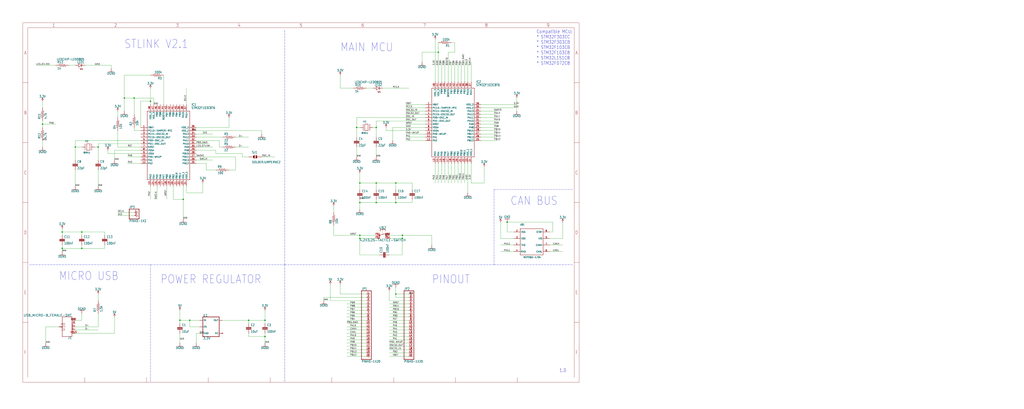
<source format=kicad_sch>
(kicad_sch (version 20211123) (generator eeschema)
  (paper "User" 795.02 317.906)
  (junction (at 142.24 154.94))
  (junction (at 96.52 76.2))
  (junction (at 279.4 142.24))
  (junction (at 76.2 114.3))
  (junction (at 48.26 193.04))
  (junction (at 147.32 248.92))
  (junction (at 58.42 114.3))
  (junction (at 292.1 157.48))
  (junction (at 48.26 180.34))
  (junction (at 205.74 261.62))
  (junction (at 205.74 248.92))
  (junction (at 307.34 228.6))
  (junction (at 292.1 142.24))
  (junction (at 307.34 157.48))
  (junction (at 63.5 180.34))
  (junction (at 104.14 76.2))
  (junction (at 279.4 182.88))
  (junction (at 276.86 99.06))
  (junction (at 292.1 99.06))
  (junction (at 393.7 172.72))
  (junction (at 307.34 142.24))
  (junction (at 139.7 248.92))
  (junction (at 116.84 78.74))
  (junction (at 33.02 96.52))
  (junction (at 279.4 185.42))
  (junction (at 312.42 182.88))
  (junction (at 279.4 157.48))
  (junction (at 312.42 185.42))
  (junction (at 63.5 193.04))
  (junction (at 193.04 248.92))
  (junction (at 340.36 40.64))
  (wire (pts (xy 91.44 114.3) (xy 109.22 114.3)))
  (wire (pts (xy 284.48 254) (xy 269.24 254)))
  (wire (pts (xy 187.96 121.92) (xy 193.04 121.92)))
  (wire (pts (xy 398.78 185.42) (xy 388.62 185.42)))
  (wire (pts (xy 58.42 259.08) (xy 88.9 259.08)))
  (wire (pts (xy 289.56 99.06) (xy 292.1 99.06)))
  (wire (pts (xy 284.48 243.84) (xy 269.24 243.84)))
  (wire (pts (xy 317.5 271.78) (xy 302.26 271.78)))
  (wire (pts (xy 373.38 106.68) (xy 386.08 106.68)))
  (wire (pts (xy 284.48 276.86) (xy 269.24 276.86)))
  (wire (pts (xy 134.62 144.78) (xy 134.62 154.94)))
  (wire (pts (xy 63.5 182.88) (xy 63.5 180.34)))
  (wire (pts (xy 365.76 127) (xy 365.76 142.24)))
  (wire (pts (xy 129.54 144.78) (xy 129.54 154.94)))
  (wire (pts (xy 284.48 269.24) (xy 269.24 269.24)))
  (wire (pts (xy 157.48 149.86) (xy 157.48 142.24)))
  (wire (pts (xy 43.18 50.8) (xy 27.94 50.8)))
  (wire (pts (xy 342.9 63.5) (xy 342.9 48.26)))
  (wire (pts (xy 373.38 101.6) (xy 386.08 101.6)))
  (wire (pts (xy 317.5 254) (xy 302.26 254)))
  (wire (pts (xy 116.84 144.78) (xy 116.84 154.94)))
  (wire (pts (xy 35.56 254) (xy 45.72 254)))
  (wire (pts (xy 284.48 271.78) (xy 269.24 271.78)))
  (wire (pts (xy 388.62 185.42) (xy 388.62 172.72)))
  (wire (pts (xy 109.22 101.6) (xy 104.14 101.6)))
  (wire (pts (xy 426.72 180.34) (xy 429.26 180.34)))
  (wire (pts (xy 292.1 142.24) (xy 307.34 142.24)))
  (wire (pts (xy 81.28 180.34) (xy 63.5 180.34)))
  (wire (pts (xy 373.38 109.22) (xy 386.08 109.22)))
  (wire (pts (xy 167.64 116.84) (xy 167.64 119.38)))
  (wire (pts (xy 373.38 83.82) (xy 401.32 83.82)))
  (wire (pts (xy 345.44 127) (xy 345.44 142.24)))
  (wire (pts (xy 401.32 76.2) (xy 401.32 81.28)))
  (wire (pts (xy 337.82 30.48) (xy 337.82 63.5)))
  (wire (pts (xy 205.74 261.62) (xy 205.74 259.08)))
  (wire (pts (xy 76.2 114.3) (xy 76.2 124.46)))
  (wire (pts (xy 317.5 236.22) (xy 302.26 236.22)))
  (wire (pts (xy 147.32 254) (xy 147.32 248.92)))
  (wire (pts (xy 294.64 198.12) (xy 279.4 198.12)))
  (wire (pts (xy 307.34 228.6) (xy 307.34 223.52)))
  (polyline (pts (xy 444.5 147.32) (xy 383.54 147.32)))
  (wire (pts (xy 154.94 259.08) (xy 152.4 259.08)))
  (wire (pts (xy 426.72 190.5) (xy 436.88 190.5)))
  (wire (pts (xy 327.66 40.64) (xy 327.66 48.26)))
  (wire (pts (xy 347.98 127) (xy 347.98 142.24)))
  (wire (pts (xy 330.2 104.14) (xy 314.96 104.14)))
  (wire (pts (xy 76.2 114.3) (xy 73.66 114.3)))
  (wire (pts (xy 264.16 228.6) (xy 284.48 228.6)))
  (wire (pts (xy 284.48 236.22) (xy 269.24 236.22)))
  (wire (pts (xy 152.4 101.6) (xy 203.2 101.6)))
  (wire (pts (xy 317.5 256.54) (xy 302.26 256.54)))
  (wire (pts (xy 373.38 93.98) (xy 386.08 93.98)))
  (wire (pts (xy 276.86 91.44) (xy 276.86 99.06)))
  (wire (pts (xy 139.7 241.3) (xy 139.7 248.92)))
  (wire (pts (xy 142.24 154.94) (xy 142.24 144.78)))
  (wire (pts (xy 330.2 96.52) (xy 314.96 96.52)))
  (wire (pts (xy 48.26 193.04) (xy 63.5 193.04)))
  (wire (pts (xy 81.28 182.88) (xy 81.28 180.34)))
  (wire (pts (xy 292.1 185.42) (xy 279.4 185.42)))
  (wire (pts (xy 144.78 81.28) (xy 144.78 68.58)))
  (wire (pts (xy 355.6 63.5) (xy 355.6 48.26)))
  (wire (pts (xy 152.4 106.68) (xy 172.72 106.68)))
  (wire (pts (xy 302.26 182.88) (xy 312.42 182.88)))
  (wire (pts (xy 170.18 109.22) (xy 170.18 114.3)))
  (wire (pts (xy 307.34 231.14) (xy 307.34 228.6)))
  (wire (pts (xy 83.82 119.38) (xy 83.82 116.84)))
  (wire (pts (xy 88.9 116.84) (xy 109.22 116.84)))
  (wire (pts (xy 152.4 124.46) (xy 165.1 124.46)))
  (wire (pts (xy 393.7 180.34) (xy 393.7 172.72)))
  (wire (pts (xy 317.5 276.86) (xy 302.26 276.86)))
  (wire (pts (xy 317.5 266.7) (xy 302.26 266.7)))
  (wire (pts (xy 375.92 129.54) (xy 375.92 142.24)))
  (wire (pts (xy 398.78 180.34) (xy 393.7 180.34)))
  (wire (pts (xy 58.42 109.22) (xy 58.42 114.3)))
  (wire (pts (xy 299.72 101.6) (xy 330.2 101.6)))
  (wire (pts (xy 96.52 76.2) (xy 96.52 86.36)))
  (wire (pts (xy 152.4 109.22) (xy 170.18 109.22)))
  (wire (pts (xy 337.82 127) (xy 337.82 142.24)))
  (wire (pts (xy 320.04 142.24) (xy 320.04 147.32)))
  (wire (pts (xy 340.36 40.64) (xy 340.36 63.5)))
  (polyline (pts (xy 220.98 205.74) (xy 220.98 297.18)))
  (polyline (pts (xy 220.98 205.74) (xy 345.44 205.74)))
  (wire (pts (xy 304.8 99.06) (xy 330.2 99.06)))
  (wire (pts (xy 279.4 162.56) (xy 279.4 157.48)))
  (wire (pts (xy 284.48 266.7) (xy 269.24 266.7)))
  (wire (pts (xy 279.4 154.94) (xy 279.4 157.48)))
  (wire (pts (xy 312.42 198.12) (xy 312.42 185.42)))
  (wire (pts (xy 317.5 233.68) (xy 302.26 233.68)))
  (wire (pts (xy 63.5 193.04) (xy 81.28 193.04)))
  (wire (pts (xy 172.72 248.92) (xy 193.04 248.92)))
  (polyline (pts (xy 22.86 205.74) (xy 116.84 205.74)))
  (wire (pts (xy 363.22 63.5) (xy 363.22 48.26)))
  (wire (pts (xy 284.48 274.32) (xy 269.24 274.32)))
  (wire (pts (xy 119.38 76.2) (xy 104.14 76.2)))
  (polyline (pts (xy 116.84 205.74) (xy 116.84 297.18)))
  (wire (pts (xy 187.96 119.38) (xy 187.96 121.92)))
  (wire (pts (xy 104.14 76.2) (xy 104.14 88.9)))
  (wire (pts (xy 292.1 121.92) (xy 292.1 114.3)))
  (wire (pts (xy 330.2 86.36) (xy 314.96 86.36)))
  (wire (pts (xy 203.2 121.92) (xy 213.36 121.92)))
  (wire (pts (xy 81.28 193.04) (xy 81.28 190.5)))
  (wire (pts (xy 58.42 256.54) (xy 76.2 256.54)))
  (wire (pts (xy 284.48 256.54) (xy 269.24 256.54)))
  (wire (pts (xy 152.4 99.06) (xy 177.8 99.06)))
  (wire (pts (xy 355.6 127) (xy 355.6 142.24)))
  (wire (pts (xy 205.74 248.92) (xy 205.74 251.46)))
  (wire (pts (xy 317.5 238.76) (xy 302.26 238.76)))
  (wire (pts (xy 160.02 132.08) (xy 167.64 132.08)))
  (wire (pts (xy 279.4 142.24) (xy 292.1 142.24)))
  (wire (pts (xy 284.48 259.08) (xy 269.24 259.08)))
  (wire (pts (xy 193.04 248.92) (xy 205.74 248.92)))
  (wire (pts (xy 279.4 147.32) (xy 279.4 142.24)))
  (wire (pts (xy 259.08 165.1) (xy 259.08 160.02)))
  (wire (pts (xy 358.14 63.5) (xy 358.14 48.26)))
  (wire (pts (xy 312.42 185.42) (xy 312.42 182.88)))
  (wire (pts (xy 307.34 147.32) (xy 307.34 142.24)))
  (wire (pts (xy 279.4 142.24) (xy 279.4 134.62)))
  (wire (pts (xy 33.02 83.82) (xy 33.02 78.74)))
  (wire (pts (xy 154.94 248.92) (xy 147.32 248.92)))
  (wire (pts (xy 284.48 264.16) (xy 269.24 264.16)))
  (wire (pts (xy 330.2 106.68) (xy 314.96 106.68)))
  (wire (pts (xy 276.86 106.68) (xy 276.86 99.06)))
  (wire (pts (xy 104.14 76.2) (xy 96.52 76.2)))
  (wire (pts (xy 152.4 121.92) (xy 182.88 121.92)))
  (wire (pts (xy 330.2 81.28) (xy 314.96 81.28)))
  (wire (pts (xy 109.22 111.76) (xy 76.2 111.76)))
  (wire (pts (xy 317.5 228.6) (xy 307.34 228.6)))
  (wire (pts (xy 96.52 58.42) (xy 96.52 76.2)))
  (wire (pts (xy 358.14 127) (xy 358.14 142.24)))
  (wire (pts (xy 182.88 114.3) (xy 193.04 114.3)))
  (wire (pts (xy 426.72 195.58) (xy 436.88 195.58)))
  (wire (pts (xy 347.98 40.64) (xy 353.06 40.64)))
  (wire (pts (xy 58.42 248.92) (xy 63.5 248.92)))
  (wire (pts (xy 76.2 233.68) (xy 76.2 228.6)))
  (wire (pts (xy 119.38 81.28) (xy 119.38 76.2)))
  (wire (pts (xy 401.32 86.36) (xy 401.32 83.82)))
  (wire (pts (xy 86.36 50.8) (xy 86.36 53.34)))
  (wire (pts (xy 276.86 99.06) (xy 279.4 99.06)))
  (wire (pts (xy 96.52 58.42) (xy 116.84 58.42)))
  (wire (pts (xy 63.5 243.84) (xy 63.5 248.92)))
  (wire (pts (xy 340.36 40.64) (xy 327.66 40.64)))
  (polyline (pts (xy 383.54 205.74) (xy 444.5 205.74)))
  (wire (pts (xy 317.5 231.14) (xy 307.34 231.14)))
  (wire (pts (xy 177.8 99.06) (xy 177.8 91.44)))
  (wire (pts (xy 398.78 195.58) (xy 388.62 195.58)))
  (wire (pts (xy 330.2 109.22) (xy 314.96 109.22)))
  (wire (pts (xy 353.06 33.02) (xy 350.52 33.02)))
  (wire (pts (xy 152.4 111.76) (xy 162.56 111.76)))
  (wire (pts (xy 91.44 91.44) (xy 91.44 86.36)))
  (wire (pts (xy 276.86 121.92) (xy 276.86 114.3)))
  (wire (pts (xy 317.5 248.92) (xy 302.26 248.92)))
  (wire (pts (xy 330.2 88.9) (xy 314.96 88.9)))
  (wire (pts (xy 373.38 88.9) (xy 386.08 88.9)))
  (wire (pts (xy 342.9 127) (xy 342.9 142.24)))
  (wire (pts (xy 205.74 248.92) (xy 205.74 241.3)))
  (wire (pts (xy 88.9 124.46) (xy 88.9 116.84)))
  (wire (pts (xy 292.1 99.06) (xy 292.1 93.98)))
  (wire (pts (xy 193.04 259.08) (xy 193.04 261.62)))
  (wire (pts (xy 373.38 91.44) (xy 386.08 91.44)))
  (wire (pts (xy 48.26 182.88) (xy 48.26 180.34)))
  (wire (pts (xy 292.1 157.48) (xy 307.34 157.48)))
  (wire (pts (xy 299.72 101.6) (xy 299.72 99.06)))
  (wire (pts (xy 63.5 180.34) (xy 48.26 180.34)))
  (wire (pts (xy 193.04 261.62) (xy 205.74 261.62)))
  (wire (pts (xy 347.98 40.64) (xy 347.98 63.5)))
  (wire (pts (xy 292.1 182.88) (xy 279.4 182.88)))
  (wire (pts (xy 33.02 96.52) (xy 33.02 93.98)))
  (wire (pts (xy 360.68 63.5) (xy 360.68 48.26)))
  (wire (pts (xy 292.1 147.32) (xy 292.1 142.24)))
  (wire (pts (xy 58.42 114.3) (xy 63.5 114.3)))
  (wire (pts (xy 302.26 226.06) (xy 302.26 233.68)))
  (wire (pts (xy 76.2 144.78) (xy 76.2 132.08)))
  (wire (pts (xy 121.92 144.78) (xy 121.92 154.94)))
  (wire (pts (xy 353.06 127) (xy 353.06 142.24)))
  (wire (pts (xy 340.36 127) (xy 340.36 142.24)))
  (wire (pts (xy 58.42 144.78) (xy 58.42 132.08)))
  (wire (pts (xy 297.18 68.58) (xy 317.5 68.58)))
  (wire (pts (xy 350.52 127) (xy 350.52 142.24)))
  (wire (pts (xy 284.48 251.46) (xy 269.24 251.46)))
  (wire (pts (xy 353.06 40.64) (xy 353.06 33.02)))
  (wire (pts (xy 152.4 104.14) (xy 165.1 104.14)))
  (wire (pts (xy 292.1 99.06) (xy 292.1 106.68)))
  (wire (pts (xy 317.5 251.46) (xy 302.26 251.46)))
  (wire (pts (xy 91.44 101.6) (xy 91.44 114.3)))
  (wire (pts (xy 302.26 198.12) (xy 312.42 198.12)))
  (wire (pts (xy 284.48 241.3) (xy 269.24 241.3)))
  (wire (pts (xy 147.32 248.92) (xy 139.7 248.92)))
  (wire (pts (xy 109.22 109.22) (xy 58.42 109.22)))
  (wire (pts (xy 109.22 127) (xy 99.06 127)))
  (wire (pts (xy 284.48 246.38) (xy 269.24 246.38)))
  (wire (pts (xy 398.78 190.5) (xy 388.62 190.5)))
  (wire (pts (xy 360.68 127) (xy 360.68 142.24)))
  (wire (pts (xy 429.26 180.34) (xy 429.26 172.72)))
  (wire (pts (xy 152.4 127) (xy 160.02 127)))
  (wire (pts (xy 167.64 119.38) (xy 187.96 119.38)))
  (wire (pts (xy 251.46 231.14) (xy 284.48 231.14)))
  (wire (pts (xy 335.28 190.5) (xy 335.28 182.88)))
  (wire (pts (xy 152.4 259.08) (xy 152.4 266.7)))
  (wire (pts (xy 259.08 182.88) (xy 259.08 175.26)))
  (wire (pts (xy 76.2 243.84) (xy 76.2 254)))
  (wire (pts (xy 139.7 248.92) (xy 139.7 251.46)))
  (wire (pts (xy 170.18 114.3) (xy 172.72 114.3)))
  (wire (pts (xy 160.02 127) (xy 160.02 132.08)))
  (wire (pts (xy 340.36 33.02) (xy 340.36 40.64)))
  (wire (pts (xy 353.06 63.5) (xy 353.06 48.26)))
  (wire (pts (xy 144.78 149.86) (xy 157.48 149.86)))
  (wire (pts (xy 116.84 81.28) (xy 116.84 78.74)))
  (wire (pts (xy 66.04 50.8) (xy 86.36 50.8)))
  (wire (pts (xy 182.88 106.68) (xy 193.04 106.68)))
  (wire (pts (xy 345.44 63.5) (xy 345.44 48.26)))
  (polyline (pts (xy 345.44 205.74) (xy 383.54 205.74)))
  (wire (pts (xy 127 81.28) (xy 127 58.42)))
  (wire (pts (xy 304.8 99.06) (xy 304.8 109.22)))
  (wire (pts (xy 104.14 165.1) (xy 91.44 165.1)))
  (wire (pts (xy 142.24 170.18) (xy 142.24 154.94)))
  (polyline (pts (xy 116.84 205.74) (xy 220.98 205.74)))
  (wire (pts (xy 284.48 238.76) (xy 269.24 238.76)))
  (wire (pts (xy 317.5 269.24) (xy 302.26 269.24)))
  (wire (pts (xy 104.14 101.6) (xy 104.14 99.06)))
  (wire (pts (xy 279.4 182.88) (xy 259.08 182.88)))
  (wire (pts (xy 292.1 93.98) (xy 330.2 93.98)))
  (wire (pts (xy 48.26 195.58) (xy 48.26 193.04)))
  (wire (pts (xy 289.56 68.58) (xy 284.48 68.58)))
  (wire (pts (xy 109.22 119.38) (xy 83.82 119.38)))
  (wire (pts (xy 365.76 63.5) (xy 365.76 48.26)))
  (wire (pts (xy 35.56 266.7) (xy 35.56 254)))
  (wire (pts (xy 320.04 157.48) (xy 320.04 154.94)))
  (wire (pts (xy 48.26 193.04) (xy 48.26 190.5)))
  (wire (pts (xy 276.86 91.44) (xy 330.2 91.44)))
  (wire (pts (xy 317.5 243.84) (xy 302.26 243.84)))
  (wire (pts (xy 33.02 109.22) (xy 33.02 114.3)))
  (wire (pts (xy 58.42 50.8) (xy 53.34 50.8)))
  (wire (pts (xy 302.26 185.42) (xy 312.42 185.42)))
  (wire (pts (xy 317.5 264.16) (xy 302.26 264.16)))
  (wire (pts (xy 307.34 157.48) (xy 320.04 157.48)))
  (wire (pts (xy 48.26 180.34) (xy 48.26 177.8)))
  (wire (pts (xy 58.42 124.46) (xy 58.42 114.3)))
  (wire (pts (xy 109.22 121.92) (xy 99.06 121.92)))
  (wire (pts (xy 307.34 142.24) (xy 320.04 142.24)))
  (wire (pts (xy 109.22 78.74) (xy 116.84 78.74)))
  (wire (pts (xy 264.16 68.58) (xy 264.16 58.42)))
  (wire (pts (xy 88.9 259.08) (xy 88.9 246.38)))
  (wire (pts (xy 330.2 83.82) (xy 314.96 83.82)))
  (wire (pts (xy 134.62 154.94) (xy 142.24 154.94)))
  (wire (pts (xy 109.22 99.06) (xy 109.22 78.74)))
  (wire (pts (xy 205.74 266.7) (xy 205.74 261.62)))
  (wire (pts (xy 193.04 251.46) (xy 193.04 248.92)))
  (wire (pts (xy 292.1 154.94) (xy 292.1 157.48)))
  (wire (pts (xy 33.02 99.06) (xy 33.02 96.52)))
  (wire (pts (xy 317.5 259.08) (xy 302.26 259.08)))
  (wire (pts (xy 373.38 104.14) (xy 386.08 104.14)))
  (wire (pts (xy 317.5 241.3) (xy 302.26 241.3)))
  (wire (pts (xy 373.38 81.28) (xy 401.32 81.28)))
  (wire (pts (xy 76.2 111.76) (xy 76.2 114.3)))
  (wire (pts (xy 312.42 182.88) (xy 335.28 182.88)))
  (polyline (pts (xy 383.54 147.32) (xy 383.54 205.74)))
  (wire (pts (xy 279.4 157.48) (xy 292.1 157.48)))
  (wire (pts (xy 279.4 182.88) (xy 279.4 185.42)))
  (wire (pts (xy 152.4 116.84) (xy 167.64 116.84)))
  (wire (pts (xy 274.32 68.58) (xy 264.16 68.58)))
  (wire (pts (xy 256.54 233.68) (xy 284.48 233.68)))
  (wire (pts (xy 33.02 96.52) (xy 43.18 96.52)))
  (wire (pts (xy 154.94 254) (xy 147.32 254)))
  (wire (pts (xy 426.72 185.42) (xy 436.88 185.42)))
  (wire (pts (xy 436.88 185.42) (xy 436.88 172.72)))
  (polyline (pts (xy 220.98 205.74) (xy 220.98 22.86)))
  (wire (pts (xy 139.7 259.08) (xy 139.7 266.7)))
  (wire (pts (xy 152.4 114.3) (xy 165.1 114.3)))
  (wire (pts (xy 350.52 63.5) (xy 350.52 48.26)))
  (wire (pts (xy 251.46 233.68) (xy 251.46 231.14)))
  (wire (pts (xy 279.4 198.12) (xy 279.4 185.42)))
  (wire (pts (xy 363.22 127) (xy 363.22 149.86)))
  (wire (pts (xy 317.5 261.62) (xy 302.26 261.62)))
  (wire (pts (xy 284.48 248.92) (xy 269.24 248.92)))
  (wire (pts (xy 375.92 142.24) (xy 365.76 142.24)))
  (wire (pts (xy 58.42 254) (xy 76.2 254)))
  (wire (pts (xy 256.54 220.98) (xy 256.54 233.68)))
  (wire (pts (xy 373.38 99.06) (xy 386.08 99.06)))
  (wire (pts (xy 144.78 144.78) (xy 144.78 149.86)))
  (wire (pts (xy 317.5 274.32) (xy 302.26 274.32)))
  (wire (pts (xy 182.88 132.08) (xy 177.8 132.08)))
  (wire (pts (xy 284.48 261.62) (xy 269.24 261.62)))
  (wire (pts (xy 63.5 190.5) (xy 63.5 193.04)))
  (wire (pts (xy 203.2 101.6) (xy 203.2 104.14)))
  (wire (pts (xy 429.26 172.72) (xy 393.7 172.72)))
  (wire (pts (xy 317.5 246.38) (xy 302.26 246.38)))
  (wire (pts (xy 116.84 78.74) (xy 116.84 68.58)))
  (wire (pts (xy 373.38 96.52) (xy 386.08 96.52)))
  (wire (pts (xy 182.88 121.92) (xy 182.88 132.08)))
  (wire (pts (xy 104.14 167.64) (xy 91.44 167.64)))
  (wire (pts (xy 264.16 220.98) (xy 264.16 228.6)))
  (wire (pts (xy 373.38 86.36) (xy 386.08 86.36)))
  (wire (pts (xy 307.34 154.94) (xy 307.34 157.48)))
  (text "1.0" (at 434.34 289.56 180) (effects (font (size 2.54 2.159)) (justify left bottom)))
  (text "MICRO USB" (at 45.72 218.44 180) (effects (font (size 6.4516 5.4838)) (justify left bottom)))
  (text "PINOUT" (at 335.28 220.98 180) (effects (font (size 6.4516 5.4838)) (justify left bottom)))
  (text "MAIN MCU" (at 264.16 40.64 180) (effects (font (size 6.4516 5.4838)) (justify left bottom)))
  (text "STLINK V2.1" (at 96.52 38.1 180) (effects (font (size 6.4516 5.4838)) (justify left bottom)))
  (text "Compatible MCU:\n* STM32F303CC\n* STM32F303CB\n* STM32F103CB\n* STM32F103C8\n* STM32L151C8\n* STM32F072C8" (at 416.56 50.8 0) (effects (font (size 2.54 2.159)) (justify left bottom)))
  (text "CAN BUS" (at 396.24 160.02 180) (effects (font (size 6.4516 5.4838)) (justify left bottom)))
  (text "POWER REGULATOR" (at 124.46 220.98 180) (effects (font (size 6.4516 5.4838)) (justify left bottom)))
  (label "D+" (at 66.04 254 0) (effects (font (size 1.2446 1.2446))))
  (label "PB2" (at 304.8 274.32 0) (effects (font (size 1.2446 1.2446))))
  (label "LED_STLINK" (at 152.4 114.3 0) (effects (font (size 1.2446 1.2446))))
  (label "PB0" (at 350.52 139.7 90) (effects (font (size 1.2446 1.2446))))
  (label "PA0" (at 99.06 121.92 0) (effects (font (size 1.2446 1.2446))))
  (label "PB2" (at 355.6 139.7 90) (effects (font (size 1.2446 1.2446))))
  (label "PA10" (at 271.78 261.62 0) (effects (font (size 1.2446 1.2446))))
  (label "3.3V" (at 398.78 81.28 0) (effects (font (size 1.2446 1.2446))))
  (label "NRST" (at 271.78 182.88 0) (effects (font (size 1.2446 1.2446))))
  (label "PB14" (at 271.78 271.78 0) (effects (font (size 1.2446 1.2446))))
  (label "CANH" (at 271.78 256.54 0) (effects (font (size 1.2446 1.2446))))
  (label "OSC_OUT" (at 314.96 93.98 0) (effects (font (size 1.2446 1.2446))))
  (label "PC13" (at 304.8 68.58 0) (effects (font (size 1.2446 1.2446))))
  (label "GND" (at 154.94 259.08 0) (effects (font (size 1.016 1.016))))
  (label "DCLK" (at 144.78 78.74 90) (effects (font (size 1.2446 1.2446))))
  (label "GND" (at 363.22 139.7 90) (effects (font (size 1.2446 1.2446))))
  (label "GND" (at 317.5 228.6 0) (effects (font (size 1.016 1.016))))
  (label "PA9" (at 271.78 264.16 0) (effects (font (size 1.2446 1.2446))))
  (label "PA3" (at 337.82 139.7 90) (effects (font (size 1.2446 1.2446))))
  (label "SWDIO" (at 383.54 86.36 0) (effects (font (size 1.2446 1.2446))))
  (label "PC13" (at 314.96 83.82 0) (effects (font (size 1.2446 1.2446))))
  (label "D+" (at 185.42 106.68 0) (effects (font (size 1.2446 1.2446))))
  (label "PA7" (at 304.8 248.92 0) (effects (font (size 1.2446 1.2446))))
  (label "PB7" (at 271.78 241.3 0) (effects (font (size 1.2446 1.2446))))
  (label "GND" (at 152.4 101.6 180) (effects (font (size 1.016 1.016))))
  (label "PA0" (at 38.1 96.52 0) (effects (font (size 1.2446 1.2446))))
  (label "PB13" (at 271.78 274.32 0) (effects (font (size 1.2446 1.2446))))
  (label "NRST" (at 304.8 236.22 0) (effects (font (size 1.2446 1.2446))))
  (label "PB6" (at 353.06 50.8 90) (effects (font (size 1.2446 1.2446))))
  (label "PB14" (at 383.54 104.14 0) (effects (font (size 1.2446 1.2446))))
  (label "PB5" (at 355.6 50.8 90) (effects (font (size 1.2446 1.2446))))
  (label "PB11" (at 304.8 238.76 0) (effects (font (size 1.2446 1.2446))))
  (label "BOOT0" (at 347.98 50.8 90) (effects (font (size 1.2446 1.2446))))
  (label "PA2" (at 304.8 261.62 0) (effects (font (size 1.2446 1.2446))))
  (label "VBAT" (at 304.8 276.86 0) (effects (font (size 1.2446 1.2446))))
  (label "PB12" (at 271.78 276.86 0) (effects (font (size 1.2446 1.2446))))
  (label "OSC_IN" (at 203.2 121.92 0) (effects (font (size 1.2446 1.2446))))
  (label "PB3_SWO" (at 152.4 111.76 0) (effects (font (size 1.2446 1.2446))))
  (label "OSC32_OUT" (at 302.26 269.24 0) (effects (font (size 1.2446 1.2446))))
  (label "GND" (at 279.4 154.94 0) (effects (font (size 1.016 1.016))))
  (label "CANL" (at 429.26 195.58 0) (effects (font (size 1.2446 1.2446))))
  (label "PA15" (at 363.22 50.8 90) (effects (font (size 1.2446 1.2446))))
  (label "PB9" (at 271.78 236.22 0) (effects (font (size 1.2446 1.2446))))
  (label "PB1" (at 304.8 243.84 0) (effects (font (size 1.2446 1.2446))))
  (label "PB15" (at 383.54 101.6 0) (effects (font (size 1.2446 1.2446))))
  (label "PA11" (at 383.54 91.44 0) (effects (font (size 1.2446 1.2446))))
  (label "PA2" (at 314.96 109.22 0) (effects (font (size 1.2446 1.2446))))
  (label "CANL" (at 271.78 259.08 0) (effects (font (size 1.2446 1.2446))))
  (label "PA8" (at 271.78 266.7 0) (effects (font (size 1.2446 1.2446))))
  (label "SWDIO" (at 152.4 121.92 0) (effects (font (size 1.2446 1.2446))))
  (label "DIO" (at 157.48 104.14 0) (effects (font (size 1.2446 1.2446))))
  (label "PB10" (at 304.8 241.3 0) (effects (font (size 1.2446 1.2446))))
  (label "GND" (at 292.1 121.92 0) (effects (font (size 1.016 1.016))))
  (label "PA1" (at 304.8 264.16 0) (effects (font (size 1.2446 1.2446))))
  (label "GND" (at 302.26 182.88 180) (effects (font (size 1.016 1.016))))
  (label "PB12" (at 383.54 109.22 0) (effects (font (size 1.2446 1.2446))))
  (label "SWCLK" (at 365.76 50.8 90) (effects (font (size 1.2446 1.2446))))
  (label "PA11" (at 391.16 195.58 0) (effects (font (size 1.2446 1.2446))))
  (label "OSC32_OUT" (at 314.96 88.9 0) (effects (font (size 1.2446 1.2446))))
  (label "PA7" (at 347.98 139.7 90) (effects (font (size 1.2446 1.2446))))
  (label "NRST" (at 129.54 152.4 90) (effects (font (size 1.2446 1.2446))))
  (label "PA15" (at 271.78 254 0) (effects (font (size 1.2446 1.2446))))
  (label "VBAT" (at 314.96 81.28 0) (effects (font (size 1.2446 1.2446))))
  (label "PA3" (at 304.8 259.08 0) (effects (font (size 1.2446 1.2446))))
  (label "PA6" (at 345.44 139.7 90) (effects (font (size 1.2446 1.2446))))
  (label "GND" (at 35.56 266.7 0) (effects (font (size 1.016 1.016))))
  (label "PA12" (at 391.16 190.5 0) (effects (font (size 1.2446 1.2446))))
  (label "PB6" (at 271.78 243.84 0) (effects (font (size 1.2446 1.2446))))
  (label "PA4" (at 304.8 256.54 0) (effects (font (size 1.2446 1.2446))))
  (label "PB10" (at 358.14 139.7 90) (effects (font (size 1.2446 1.2446))))
  (label "NRST" (at 314.96 96.52 0) (effects (font (size 1.2446 1.2446))))
  (label "3.3V" (at 337.82 50.8 90) (effects (font (size 1.2446 1.2446))))
  (label "PB11" (at 360.68 139.7 90) (effects (font (size 1.2446 1.2446))))
  (label "PA10" (at 383.54 93.98 0) (effects (font (size 1.2446 1.2446))))
  (label "PA3" (at 99.06 127 0) (effects (font (size 1.2446 1.2446))))
  (label "GND" (at 58.42 144.78 0) (effects (font (size 1.016 1.016))))
  (label "PA12" (at 383.54 88.9 0) (effects (font (size 1.2446 1.2446))))
  (label "PB9" (at 342.9 50.8 90) (effects (font (size 1.2446 1.2446))))
  (label "GND" (at 142.24 170.18 0) (effects (font (size 1.016 1.016))))
  (label "DIO" (at 91.44 167.64 0) (effects (font (size 1.2446 1.2446))))
  (label "PA6" (at 304.8 251.46 0) (effects (font (size 1.2446 1.2446))))
  (label "DCLK" (at 91.44 165.1 0) (effects (font (size 1.2446 1.2446))))
  (label "PA8" (at 383.54 99.06 0) (effects (font (size 1.2446 1.2446))))
  (label "GND" (at 73.66 50.8 0) (effects (font (size 1.2446 1.2446))))
  (label "GND" (at 205.74 266.7 0) (effects (font (size 1.016 1.016))))
  (label "PB8" (at 271.78 238.76 0) (effects (font (size 1.2446 1.2446))))
  (label "GND" (at 33.02 109.22 0) (effects (font (size 1.016 1.016))))
  (label "PB7" (at 350.52 50.8 90) (effects (font (size 1.2446 1.2446))))
  (label "GND" (at 48.26 195.58 0) (effects (font (size 1.016 1.016))))
  (label "PB13" (at 383.54 106.68 0) (effects (font (size 1.2446 1.2446))))
  (label "GND" (at 398.78 83.82 0) (effects (font (size 1.2446 1.2446))))
  (label "PA0-WKUP" (at 302.26 266.7 0) (effects (font (size 1.2446 1.2446))))
  (label "GND" (at 251.46 233.68 0) (effects (font (size 1.016 1.016))))
  (label "CANH" (at 429.26 190.5 0) (effects (font (size 1.2446 1.2446))))
  (label "LED_STLINK" (at 27.94 50.8 0) (effects (font (size 1.2446 1.2446))))
  (label "OSC32_IN" (at 314.96 86.36 0) (effects (font (size 1.2446 1.2446))))
  (label "PB4" (at 271.78 248.92 0) (effects (font (size 1.2446 1.2446))))
  (label "OSC32_IN" (at 302.26 271.78 0) (effects (font (size 1.2446 1.2446))))
  (label "GND" (at 139.7 264.16 0) (effects (font (size 1.016 1.016))))
  (label "PA2" (at 116.84 152.4 90) (effects (font (size 1.2446 1.2446))))
  (label "PB15" (at 271.78 269.24 0) (effects (font (size 1.2446 1.2446))))
  (label "GND" (at 119.38 81.28 0) (effects (font (size 1.016 1.016))))
  (label "PB5" (at 271.78 246.38 0) (effects (font (size 1.2446 1.2446))))
  (label "PB0" (at 304.8 246.38 0) (effects (font (size 1.2446 1.2446))))
  (label "PA4" (at 340.36 139.7 90) (effects (font (size 1.2446 1.2446))))
  (label "D-" (at 66.04 256.54 0) (effects (font (size 1.2446 1.2446))))
  (label "D-" (at 185.42 114.3 0) (effects (font (size 1.2446 1.2446))))
  (label "GND" (at 58.42 248.92 180) (effects (font (size 1.016 1.016))))
  (label "PB3_SWO" (at 269.24 251.46 0) (effects (font (size 1.2446 1.2446))))
  (label "RST" (at 99.06 114.3 0) (effects (font (size 1.2446 1.2446))))
  (label "PB1" (at 353.06 139.7 90) (effects (font (size 1.2446 1.2446))))
  (label "GND" (at 314.96 99.06 0) (effects (font (size 1.2446 1.2446))))
  (label "GND" (at 340.36 50.8 90) (effects (font (size 1.2446 1.2446))))
  (label "3.3V" (at 314.96 101.6 0) (effects (font (size 1.2446 1.2446))))
  (label "GND" (at 88.9 124.46 0) (effects (font (size 1.016 1.016))))
  (label "PA0-WKUP" (at 314.96 104.14 0) (effects (font (size 1.2446 1.2446))))
  (label "SWCLK" (at 154.94 124.46 0) (effects (font (size 1.2446 1.2446))))
  (label "PA5" (at 342.9 139.7 90) (effects (font (size 1.2446 1.2446))))
  (label "OSC_IN" (at 314.96 91.44 0) (effects (font (size 1.2446 1.2446))))
  (label "3.3V" (at 365.76 139.7 90) (effects (font (size 1.2446 1.2446))))
  (label "PB3_SWO" (at 360.68 50.8 90) (effects (font (size 1.2446 1.2446))))
  (label "PA9" (at 383.54 96.52 0) (effects (font (size 1.2446 1.2446))))
  (label "PA5" (at 304.8 254 0) (effects (font (size 1.2446 1.2446))))
  (label "SWCLK" (at 121.92 154.94 90) (effects (font (size 1.2446 1.2446))))
  (label "PB8" (at 345.44 50.8 90) (effects (font (size 1.2446 1.2446))))
  (label "GND" (at 276.86 121.92 0) (effects (font (size 1.016 1.016))))
  (label "PA1" (at 314.96 106.68 0) (effects (font (size 1.2446 1.2446))))
  (label "PB4" (at 358.14 50.8 90) (effects (font (size 1.2446 1.2446))))
  (label "GND" (at 76.2 144.78 0) (effects (font (size 1.016 1.016))))
  (symbol (lib_id "Green Pill stlink-eagle-import:5V") (at 256.54 220.98 0) (unit 1)
    (property "Reference" "#SUPPLY18" (effects hide))
    (property "Value" "5V" (at 256.54 218.186 0) (effects (font (size 1.778 1.5113)) (justify bottom)))
    (property "Footprint" "Green Pill stlink:" (effects hide))
  )
  (symbol (lib_id "Green Pill stlink-eagle-import:R-US_R0603") (at 279.4 68.58 0) (unit 1)
    (property "Reference" "R10" (at 275.59 67.0814 0) (effects (font (size 1.778 1.5113)) (justify left bottom)))
    (property "Value" "1k" (at 275.59 71.882 0) (effects (font (size 1.778 1.5113)) (justify left bottom)))
    (property "Footprint" "Green Pill stlink:R0603" (effects hide))
  )
  (symbol (lib_id "Green Pill stlink-eagle-import:3.3V") (at 264.16 58.42 0) (unit 1)
    (property "Reference" "#SUPPLY19" (effects hide))
    (property "Value" "3.3V" (at 264.16 55.626 0) (effects (font (size 1.778 1.5113)) (justify bottom)))
    (property "Footprint" "Green Pill stlink:" (effects hide))
  )
  (symbol (lib_id "Green Pill stlink-eagle-import:C-EUC0603") (at 81.28 185.42 0) (unit 1)
    (property "Reference" "C13" (at 82.804 185.039 0) (effects (font (size 1.778 1.5113)) (justify left bottom)))
    (property "Value" "100nF" (at 82.804 190.119 0) (effects (font (size 1.778 1.5113)) (justify left bottom)))
    (property "Footprint" "Green Pill stlink:C0603" (effects hide))
  )
  (symbol (lib_id "Green Pill stlink-eagle-import:DGND") (at 363.22 152.4 0) (unit 1)
    (property "Reference" "#GND4" (effects hide))
    (property "Value" "DGND" (at 363.22 152.654 0) (effects (font (size 1.778 1.5113)) (justify top)))
    (property "Footprint" "Green Pill stlink:" (effects hide))
  )
  (symbol (lib_id "Green Pill stlink-eagle-import:LEDCHIP-LED0805") (at 292.1 68.58 90) (unit 1)
    (property "Reference" "LED2" (at 296.672 65.024 90) (effects (font (size 1.778 1.5113)) (justify left bottom)))
    (property "Value" "LEDCHIP-LED0805" (at 296.672 62.865 90) (effects (font (size 1.778 1.5113)) (justify left bottom)))
    (property "Footprint" "Green Pill stlink:CHIP-LED0805" (effects hide))
  )
  (symbol (lib_id "Green Pill stlink-eagle-import:R-US_R0603") (at 33.02 88.9 90) (unit 1)
    (property "Reference" "R11" (at 31.5214 92.71 0) (effects (font (size 1.778 1.5113)) (justify left bottom)))
    (property "Value" "4.7k" (at 36.322 92.71 0) (effects (font (size 1.778 1.5113)) (justify left bottom)))
    (property "Footprint" "Green Pill stlink:R0603" (effects hide))
  )
  (symbol (lib_id "Green Pill stlink-eagle-import:3.3V") (at 33.02 78.74 0) (unit 1)
    (property "Reference" "#SUPPLY20" (effects hide))
    (property "Value" "3.3V" (at 33.02 75.946 0) (effects (font (size 1.778 1.5113)) (justify bottom)))
    (property "Footprint" "Green Pill stlink:" (effects hide))
  )
  (symbol (lib_id "Green Pill stlink-eagle-import:3.3V") (at 177.8 91.44 0) (unit 1)
    (property "Reference" "#SUPPLY1" (effects hide))
    (property "Value" "3.3V" (at 177.8 88.646 0) (effects (font (size 1.778 1.5113)) (justify bottom)))
    (property "Footprint" "Green Pill stlink:" (effects hide))
  )
  (symbol (lib_id "Green Pill stlink-eagle-import:DGND") (at 139.7 269.24 0) (unit 1)
    (property "Reference" "#GND7" (effects hide))
    (property "Value" "DGND" (at 139.7 269.494 0) (effects (font (size 1.778 1.5113)) (justify top)))
    (property "Footprint" "Green Pill stlink:" (effects hide))
  )
  (symbol (lib_id "Green Pill stlink-eagle-import:PINHD-1X20") (at 287.02 251.46 0) (unit 1)
    (property "Reference" "JP1" (at 280.67 225.425 0) (effects (font (size 1.778 1.5113)) (justify left bottom)))
    (property "Value" "PINHD-1X20" (at 280.67 281.94 0) (effects (font (size 1.778 1.5113)) (justify left bottom)))
    (property "Footprint" "Green Pill stlink:1X20" (effects hide))
  )
  (symbol (lib_id "Green Pill stlink-eagle-import:C-EUC0603") (at 279.4 149.86 0) (unit 1)
    (property "Reference" "C14" (at 280.924 149.479 0) (effects (font (size 1.778 1.5113)) (justify left bottom)))
    (property "Value" "100nF" (at 280.924 154.559 0) (effects (font (size 1.778 1.5113)) (justify left bottom)))
    (property "Footprint" "Green Pill stlink:C0603" (effects hide))
  )
  (symbol (lib_id "Green Pill stlink-eagle-import:DGND") (at 58.42 147.32 0) (unit 1)
    (property "Reference" "#GND19" (effects hide))
    (property "Value" "DGND" (at 58.42 147.574 0) (effects (font (size 1.778 1.5113)) (justify top)))
    (property "Footprint" "Green Pill stlink:" (effects hide))
  )
  (symbol (lib_id "Green Pill stlink-eagle-import:DGND") (at 251.46 236.22 0) (unit 1)
    (property "Reference" "#GND25" (effects hide))
    (property "Value" "DGND" (at 251.46 236.474 0) (effects (font (size 1.778 1.5113)) (justify top)))
    (property "Footprint" "Green Pill stlink:" (effects hide))
  )
  (symbol (lib_id "Green Pill stlink-eagle-import:R-US_R0603") (at 91.44 96.52 90) (unit 1)
    (property "Reference" "R4" (at 89.9414 100.33 0) (effects (font (size 1.778 1.5113)) (justify left bottom)))
    (property "Value" "10k" (at 94.742 100.33 0) (effects (font (size 1.778 1.5113)) (justify left bottom)))
    (property "Footprint" "Green Pill stlink:R0603" (effects hide))
  )
  (symbol (lib_id "Green Pill stlink-eagle-import:3.3V") (at 375.92 129.54 0) (unit 1)
    (property "Reference" "#SUPPLY3" (effects hide))
    (property "Value" "3.3V" (at 375.92 126.746 0) (effects (font (size 1.778 1.5113)) (justify bottom)))
    (property "Footprint" "Green Pill stlink:" (effects hide))
  )
  (symbol (lib_id "Green Pill stlink-eagle-import:R-US_R0603") (at 177.8 106.68 0) (unit 1)
    (property "Reference" "R5" (at 173.99 105.1814 0) (effects (font (size 1.778 1.5113)) (justify left bottom)))
    (property "Value" "22" (at 173.99 109.982 0) (effects (font (size 1.778 1.5113)) (justify left bottom)))
    (property "Footprint" "Green Pill stlink:R0603" (effects hide))
  )
  (symbol (lib_id "Green Pill stlink-eagle-import:5V") (at 139.7 241.3 0) (unit 1)
    (property "Reference" "#SUPPLY6" (effects hide))
    (property "Value" "5V" (at 139.7 238.506 0) (effects (font (size 1.778 1.5113)) (justify bottom)))
    (property "Footprint" "Green Pill stlink:" (effects hide))
  )
  (symbol (lib_id "Green Pill stlink-eagle-import:DGND") (at 63.5 241.3 180) (unit 1)
    (property "Reference" "#GND21" (effects hide))
    (property "Value" "DGND" (at 63.5 241.046 0) (effects (font (size 1.778 1.5113)) (justify top)))
    (property "Footprint" "Green Pill stlink:" (effects hide))
  )
  (symbol (lib_id "Green Pill stlink-eagle-import:3.3V") (at 259.08 160.02 0) (unit 1)
    (property "Reference" "#SUPPLY13" (effects hide))
    (property "Value" "3.3V" (at 259.08 157.226 0) (effects (font (size 1.778 1.5113)) (justify bottom)))
    (property "Footprint" "Green Pill stlink:" (effects hide))
  )
  (symbol (lib_id "Green Pill stlink-eagle-import:3.3V") (at 48.26 177.8 0) (unit 1)
    (property "Reference" "#SUPPLY15" (effects hide))
    (property "Value" "3.3V" (at 48.26 175.006 0) (effects (font (size 1.778 1.5113)) (justify bottom)))
    (property "Footprint" "Green Pill stlink:" (effects hide))
  )
  (symbol (lib_id "Green Pill stlink-eagle-import:DGND") (at 205.74 269.24 0) (unit 1)
    (property "Reference" "#GND8" (effects hide))
    (property "Value" "DGND" (at 205.74 269.494 0) (effects (font (size 1.778 1.5113)) (justify top)))
    (property "Footprint" "Green Pill stlink:" (effects hide))
  )
  (symbol (lib_id "Green Pill stlink-eagle-import:C-EUC0603") (at 276.86 109.22 0) (unit 1)
    (property "Reference" "C4" (at 278.384 108.839 0) (effects (font (size 1.778 1.5113)) (justify left bottom)))
    (property "Value" "22pF" (at 278.384 113.919 0) (effects (font (size 1.778 1.5113)) (justify left bottom)))
    (property "Footprint" "Green Pill stlink:C0603" (effects hide))
  )
  (symbol (lib_id "Green Pill stlink-eagle-import:DGND") (at 142.24 172.72 0) (unit 1)
    (property "Reference" "#GND17" (effects hide))
    (property "Value" "DGND" (at 142.24 172.974 0) (effects (font (size 1.778 1.5113)) (justify top)))
    (property "Footprint" "Green Pill stlink:" (effects hide))
  )
  (symbol (lib_id "Green Pill stlink-eagle-import:SOLDERJUMPERNC2") (at 198.12 121.92 0) (unit 1)
    (property "Reference" "SJ1" (at 195.58 119.38 0) (effects (font (size 1.778 1.5113)) (justify left bottom)))
    (property "Value" "SOLDERJUMPERNC2" (at 195.58 127 0) (effects (font (size 1.778 1.5113)) (justify left bottom)))
    (property "Footprint" "Green Pill stlink:SJ_2S-NOTRACE" (effects hide))
  )
  (symbol (lib_id "Green Pill stlink-eagle-import:C-EUC0603") (at 63.5 185.42 0) (unit 1)
    (property "Reference" "C12" (at 65.024 185.039 0) (effects (font (size 1.778 1.5113)) (justify left bottom)))
    (property "Value" "100nF" (at 65.024 190.119 0) (effects (font (size 1.778 1.5113)) (justify left bottom)))
    (property "Footprint" "Green Pill stlink:C0603" (effects hide))
  )
  (symbol (lib_id "Green Pill stlink-eagle-import:MCP2562-E{slash}SN") (at 414.02 187.96 0) (unit 1)
    (property "Reference" "U$1" (at 403.86 175.26 0) (effects (font (size 1.27 1.0795)) (justify left bottom)))
    (property "Value" "MCP2562-E{slash}SN" (at 406.4 200.66 0) (effects (font (size 1.27 1.0795)) (justify left bottom)))
    (property "Footprint" "Green Pill stlink:SOIC8" (effects hide))
  )
  (symbol (lib_id "Green Pill stlink-eagle-import:3.3V") (at 76.2 228.6 0) (unit 1)
    (property "Reference" "#SUPPLY12" (effects hide))
    (property "Value" "3.3V" (at 76.2 225.806 0) (effects (font (size 1.778 1.5113)) (justify bottom)))
    (property "Footprint" "Green Pill stlink:" (effects hide))
  )
  (symbol (lib_id "Green Pill stlink-eagle-import:3.3V") (at 279.4 134.62 0) (unit 1)
    (property "Reference" "#SUPPLY14" (effects hide))
    (property "Value" "3.3V" (at 279.4 131.826 0) (effects (font (size 1.778 1.5113)) (justify bottom)))
    (property "Footprint" "Green Pill stlink:" (effects hide))
  )
  (symbol (lib_id "Green Pill stlink-eagle-import:C-EUC0805") (at 139.7 254 0) (unit 1)
    (property "Reference" "C1" (at 141.224 253.619 0) (effects (font (size 1.778 1.5113)) (justify left bottom)))
    (property "Value" "10uF" (at 141.224 258.699 0) (effects (font (size 1.778 1.5113)) (justify left bottom)))
    (property "Footprint" "Green Pill stlink:C0805" (effects hide))
  )
  (symbol (lib_id "Green Pill stlink-eagle-import:XTALNX5032") (at 284.48 99.06 0) (unit 1)
    (property "Reference" "X1" (at 281.94 95.25 0) (effects (justify left bottom)))
    (property "Value" "8MHz" (at 280.67 104.14 0) (effects (justify left bottom)))
    (property "Footprint" "Green Pill stlink:NX5032" (effects hide))
  )
  (symbol (lib_id "Green Pill stlink-eagle-import:DGND") (at 401.32 88.9 0) (unit 1)
    (property "Reference" "#GND3" (effects hide))
    (property "Value" "DGND" (at 401.32 89.154 0) (effects (font (size 1.778 1.5113)) (justify top)))
    (property "Footprint" "Green Pill stlink:" (effects hide))
  )
  (symbol (lib_id "Green Pill stlink-eagle-import:R-US_R0603") (at 33.02 104.14 90) (unit 1)
    (property "Reference" "R12" (at 31.5214 107.95 0) (effects (font (size 1.778 1.5113)) (justify left bottom)))
    (property "Value" "4.7k" (at 36.322 107.95 0) (effects (font (size 1.778 1.5113)) (justify left bottom)))
    (property "Footprint" "Green Pill stlink:R0603" (effects hide))
  )
  (symbol (lib_id "Green Pill stlink-eagle-import:R-US_R0603") (at 259.08 170.18 90) (unit 1)
    (property "Reference" "R8" (at 257.5814 173.99 0) (effects (font (size 1.778 1.5113)) (justify left bottom)))
    (property "Value" "10k" (at 262.382 173.99 0) (effects (font (size 1.778 1.5113)) (justify left bottom)))
    (property "Footprint" "Green Pill stlink:R0603" (effects hide))
  )
  (symbol (lib_id "Green Pill stlink-eagle-import:LEDCHIP-LED0805") (at 60.96 50.8 90) (unit 1)
    (property "Reference" "LED1" (at 65.532 47.244 90) (effects (font (size 1.778 1.5113)) (justify left bottom)))
    (property "Value" "LEDCHIP-LED0805" (at 65.532 45.085 90) (effects (font (size 1.778 1.5113)) (justify left bottom)))
    (property "Footprint" "Green Pill stlink:CHIP-LED0805" (effects hide))
  )
  (symbol (lib_id "Green Pill stlink-eagle-import:R-US_R0603") (at 172.72 132.08 0) (unit 1)
    (property "Reference" "R9" (at 168.91 130.5814 0) (effects (font (size 1.778 1.5113)) (justify left bottom)))
    (property "Value" "100" (at 168.91 135.382 0) (effects (font (size 1.778 1.5113)) (justify left bottom)))
    (property "Footprint" "Green Pill stlink:R0603" (effects hide))
  )
  (symbol (lib_id "Green Pill stlink-eagle-import:C-EUC0603") (at 48.26 185.42 0) (unit 1)
    (property "Reference" "C11" (at 49.784 185.039 0) (effects (font (size 1.778 1.5113)) (justify left bottom)))
    (property "Value" "100nF" (at 49.784 190.119 0) (effects (font (size 1.778 1.5113)) (justify left bottom)))
    (property "Footprint" "Green Pill stlink:C0603" (effects hide))
  )
  (symbol (lib_id "Green Pill stlink-eagle-import:DGND") (at 152.4 269.24 0) (unit 1)
    (property "Reference" "#GND27" (effects hide))
    (property "Value" "DGND" (at 152.4 269.494 0) (effects (font (size 1.778 1.5113)) (justify top)))
    (property "Footprint" "Green Pill stlink:" (effects hide))
  )
  (symbol (lib_id "Green Pill stlink-eagle-import:3.3V") (at 83.82 116.84 0) (unit 1)
    (property "Reference" "#SUPPLY8" (effects hide))
    (property "Value" "3.3V" (at 83.82 114.046 0) (effects (font (size 1.778 1.5113)) (justify bottom)))
    (property "Footprint" "Green Pill stlink:" (effects hide))
  )
  (symbol (lib_id "Green Pill stlink-eagle-import:STM32F103C8T6") (at 353.06 93.98 0) (unit 1)
    (property "Reference" "IC2" (at 369.57 63.5 0) (effects (font (size 1.778 1.5113)) (justify left)))
    (property "Value" "STM32F103C8T6" (at 369.57 66.04 0) (effects (font (size 1.778 1.5113)) (justify left)))
    (property "Footprint" "Green Pill stlink:QFP50P900X900X160-48N" (effects hide))
  )
  (symbol (lib_id "Green Pill stlink-eagle-import:C-EUC0805") (at 193.04 254 0) (unit 1)
    (property "Reference" "C2" (at 194.564 253.619 0) (effects (font (size 1.778 1.5113)) (justify left bottom)))
    (property "Value" "10uF" (at 194.564 258.699 0) (effects (font (size 1.778 1.5113)) (justify left bottom)))
    (property "Footprint" "Green Pill stlink:C0805" (effects hide))
  )
  (symbol (lib_id "Green Pill stlink-eagle-import:PINHD-1X2") (at 106.68 167.64 0) (unit 1)
    (property "Reference" "JP3" (at 100.33 161.925 0) (effects (font (size 1.778 1.5113)) (justify left bottom)))
    (property "Value" "PINHD-1X2" (at 100.33 172.72 0) (effects (font (size 1.778 1.5113)) (justify left bottom)))
    (property "Footprint" "Green Pill stlink:1X02" (effects hide))
  )
  (symbol (lib_id "Green Pill stlink-eagle-import:3.3V") (at 91.44 86.36 0) (unit 1)
    (property "Reference" "#SUPPLY21" (effects hide))
    (property "Value" "3.3V" (at 91.44 83.566 0) (effects (font (size 1.778 1.5113)) (justify bottom)))
    (property "Footprint" "Green Pill stlink:" (effects hide))
  )
  (symbol (lib_id "Green Pill stlink-eagle-import:FRAME_B_L") (at 17.78 297.18 0) (unit 1)
    (property "Reference" "#FRAME1" (effects hide))
    (property "Value" "FRAME_B_L" (effects hide))
    (property "Footprint" "Green Pill stlink:" (effects hide))
  )
  (symbol (lib_id "Green Pill stlink-eagle-import:GND") (at 393.7 170.18 180) (unit 1)
    (property "Reference" "#GND12" (effects hide))
    (property "Value" "GND" (at 396.24 167.64 0) (effects (font (size 1.778 1.5113)) (justify left bottom)))
    (property "Footprint" "Green Pill stlink:" (effects hide))
  )
  (symbol (lib_id "Green Pill stlink-eagle-import:V_REG_AP2112K-3.3V") (at 165.1 254 0) (unit 1)
    (property "Reference" "U1" (at 157.48 246.126 0) (effects (font (size 1.778 1.778)) (justify left bottom)))
    (property "Value" "3.3V" (at 157.48 261.874 0) (effects (font (size 1.778 1.778)) (justify left top)))
    (property "Footprint" "Green Pill stlink:SOT23-5" (effects hide))
  )
  (symbol (lib_id "Green Pill stlink-eagle-import:PINHD-1X20") (at 320.04 251.46 0) (unit 1)
    (property "Reference" "JP2" (at 313.69 225.425 0) (effects (font (size 1.778 1.5113)) (justify left bottom)))
    (property "Value" "PINHD-1X20" (at 313.69 281.94 0) (effects (font (size 1.778 1.5113)) (justify left bottom)))
    (property "Footprint" "Green Pill stlink:1X20" (effects hide))
  )
  (symbol (lib_id "Green Pill stlink-eagle-import:DGND") (at 335.28 193.04 0) (unit 1)
    (property "Reference" "#GND22" (effects hide))
    (property "Value" "DGND" (at 335.28 193.294 0) (effects (font (size 1.778 1.5113)) (justify top)))
    (property "Footprint" "Green Pill stlink:" (effects hide))
  )
  (symbol (lib_id "Green Pill stlink-eagle-import:5V") (at 88.9 246.38 0) (unit 1)
    (property "Reference" "#SUPPLY11" (effects hide))
    (property "Value" "5V" (at 88.9 243.586 0) (effects (font (size 1.778 1.5113)) (justify bottom)))
    (property "Footprint" "Green Pill stlink:" (effects hide))
  )
  (symbol (lib_id "Green Pill stlink-eagle-import:DGND") (at 35.56 269.24 0) (unit 1)
    (property "Reference" "#GND20" (effects hide))
    (property "Value" "DGND" (at 35.56 269.494 0) (effects (font (size 1.778 1.5113)) (justify top)))
    (property "Footprint" "Green Pill stlink:" (effects hide))
  )
  (symbol (lib_id "Green Pill stlink-eagle-import:3.3V") (at 401.32 76.2 0) (unit 1)
    (property "Reference" "#SUPPLY2" (effects hide))
    (property "Value" "3.3V" (at 401.32 73.406 0) (effects (font (size 1.778 1.5113)) (justify bottom)))
    (property "Footprint" "Green Pill stlink:" (effects hide))
  )
  (symbol (lib_id "Green Pill stlink-eagle-import:3.3V") (at 157.48 142.24 0) (unit 1)
    (property "Reference" "#SUPPLY10" (effects hide))
    (property "Value" "3.3V" (at 157.48 139.446 0) (effects (font (size 1.778 1.5113)) (justify bottom)))
    (property "Footprint" "Green Pill stlink:" (effects hide))
  )
  (symbol (lib_id "Green Pill stlink-eagle-import:USB_MICRO-B_FEMALE-SMT") (at 53.34 254 180) (unit 1)
    (property "Reference" "J1" (at 55.88 261.62 0) (effects (font (size 1.778 1.778)) (justify left bottom)))
    (property "Value" "USB_MICRO-B_FEMALE-SMT" (at 55.88 246.126 0) (effects (font (size 1.778 1.778)) (justify left top)))
    (property "Footprint" "Green Pill stlink:USB-B-MICRO-SMD" (effects hide))
  )
  (symbol (lib_id "Green Pill stlink-eagle-import:R-US_R0603") (at 48.26 50.8 0) (unit 1)
    (property "Reference" "R13" (at 44.45 49.3014 0) (effects (font (size 1.778 1.5113)) (justify left bottom)))
    (property "Value" "1k" (at 44.45 54.102 0) (effects (font (size 1.778 1.5113)) (justify left bottom)))
    (property "Footprint" "Green Pill stlink:R0603" (effects hide))
  )
  (symbol (lib_id "Green Pill stlink-eagle-import:C-EUC0603") (at 297.18 198.12 90) (unit 1)
    (property "Reference" "C10" (at 296.799 196.596 0) (effects (font (size 1.778 1.5113)) (justify left bottom)))
    (property "Value" "100nF" (at 301.879 196.596 0) (effects (font (size 1.778 1.5113)) (justify left bottom)))
    (property "Footprint" "Green Pill stlink:C0603" (effects hide))
  )
  (symbol (lib_id "Green Pill stlink-eagle-import:DGND") (at 76.2 147.32 0) (unit 1)
    (property "Reference" "#GND18" (effects hide))
    (property "Value" "DGND" (at 76.2 147.574 0) (effects (font (size 1.778 1.5113)) (justify top)))
    (property "Footprint" "Green Pill stlink:" (effects hide))
  )
  (symbol (lib_id "Green Pill stlink-eagle-import:DGND") (at 307.34 220.98 180) (unit 1)
    (property "Reference" "#GND1" (effects hide))
    (property "Value" "DGND" (at 307.34 220.726 0) (effects (font (size 1.778 1.5113)) (justify top)))
    (property "Footprint" "Green Pill stlink:" (effects hide))
  )
  (symbol (lib_id "Green Pill stlink-eagle-import:C-EUC0603") (at 58.42 127 0) (unit 1)
    (property "Reference" "C8" (at 59.944 126.619 0) (effects (font (size 1.778 1.5113)) (justify left bottom)))
    (property "Value" "22pF" (at 59.944 131.699 0) (effects (font (size 1.778 1.5113)) (justify left bottom)))
    (property "Footprint" "Green Pill stlink:C0603" (effects hide))
  )
  (symbol (lib_id "Green Pill stlink-eagle-import:R-US_R0603") (at 104.14 93.98 90) (unit 1)
    (property "Reference" "R2" (at 102.6414 97.79 0) (effects (font (size 1.778 1.5113)) (justify left bottom)))
    (property "Value" "10k" (at 107.442 97.79 0) (effects (font (size 1.778 1.5113)) (justify left bottom)))
    (property "Footprint" "Green Pill stlink:R0603" (effects hide))
  )
  (symbol (lib_id "Green Pill stlink-eagle-import:DGND") (at 276.86 124.46 0) (unit 1)
    (property "Reference" "#GND10" (effects hide))
    (property "Value" "DGND" (at 276.86 124.714 0) (effects (font (size 1.778 1.5113)) (justify top)))
    (property "Footprint" "Green Pill stlink:" (effects hide))
  )
  (symbol (lib_id "Green Pill stlink-eagle-import:C-EUC0603") (at 320.04 149.86 0) (unit 1)
    (property "Reference" "C17" (at 321.564 149.479 0) (effects (font (size 1.778 1.5113)) (justify left bottom)))
    (property "Value" "100nF" (at 321.564 154.559 0) (effects (font (size 1.778 1.5113)) (justify left bottom)))
    (property "Footprint" "Green Pill stlink:C0603" (effects hide))
  )
  (symbol (lib_id "Green Pill stlink-eagle-import:3.3V") (at 205.74 241.3 0) (unit 1)
    (property "Reference" "#SUPPLY5" (effects hide))
    (property "Value" "3.3V" (at 205.74 238.506 0) (effects (font (size 1.778 1.5113)) (justify bottom)))
    (property "Footprint" "Green Pill stlink:" (effects hide))
  )
  (symbol (lib_id "Green Pill stlink-eagle-import:3.3V") (at 436.88 172.72 0) (mirror y) (unit 1)
    (property "Reference" "#SUPPLY22" (effects hide))
    (property "Value" "3.3V" (at 436.88 169.926 0) (effects (font (size 1.778 1.5113)) (justify bottom)))
    (property "Footprint" "Green Pill stlink:" (effects hide))
  )
  (symbol (lib_id "Green Pill stlink-eagle-import:R-US_R0603") (at 177.8 114.3 0) (unit 1)
    (property "Reference" "R6" (at 173.99 112.8014 0) (effects (font (size 1.778 1.5113)) (justify left bottom)))
    (property "Value" "22" (at 173.99 117.602 0) (effects (font (size 1.778 1.5113)) (justify left bottom)))
    (property "Footprint" "Green Pill stlink:R0603" (effects hide))
  )
  (symbol (lib_id "Green Pill stlink-eagle-import:4.2X3.25-TACTILE-SWITCH") (at 297.18 182.88 0) (unit 1)
    (property "Reference" "U$2" (at 297.18 178.054 0) (effects (font (size 1.778 1.778)) (justify bottom)))
    (property "Value" "4.2X3.25-TACTILE-SWITCH" (at 297.18 185.674 0) (effects (font (size 1.778 1.778)) (justify top)))
    (property "Footprint" "Green Pill stlink:4.2X3.25" (effects hide))
  )
  (symbol (lib_id "Green Pill stlink-eagle-import:DGND") (at 279.4 165.1 0) (unit 1)
    (property "Reference" "#GND23" (effects hide))
    (property "Value" "DGND" (at 279.4 165.354 0) (effects (font (size 1.778 1.5113)) (justify top)))
    (property "Footprint" "Green Pill stlink:" (effects hide))
  )
  (symbol (lib_id "Green Pill stlink-eagle-import:DGND") (at 88.9 127 0) (unit 1)
    (property "Reference" "#GND14" (effects hide))
    (property "Value" "DGND" (at 88.9 127.254 0) (effects (font (size 1.778 1.5113)) (justify top)))
    (property "Footprint" "Green Pill stlink:" (effects hide))
  )
  (symbol (lib_id "Green Pill stlink-eagle-import:DGND") (at 48.26 198.12 0) (unit 1)
    (property "Reference" "#GND24" (effects hide))
    (property "Value" "DGND" (at 48.26 198.374 0) (effects (font (size 1.778 1.5113)) (justify top)))
    (property "Footprint" "Green Pill stlink:" (effects hide))
  )
  (symbol (lib_id "Green Pill stlink-eagle-import:DGND") (at 203.2 106.68 0) (unit 1)
    (property "Reference" "#GND2" (effects hide))
    (property "Value" "DGND" (at 203.2 106.934 0) (effects (font (size 1.778 1.5113)) (justify top)))
    (property "Footprint" "Green Pill stlink:" (effects hide))
  )
  (symbol (lib_id "Green Pill stlink-eagle-import:3.3V") (at 264.16 220.98 0) (unit 1)
    (property "Reference" "#SUPPLY17" (effects hide))
    (property "Value" "3.3V" (at 264.16 218.186 0) (effects (font (size 1.778 1.5113)) (justify bottom)))
    (property "Footprint" "Green Pill stlink:" (effects hide))
  )
  (symbol (lib_id "Green Pill stlink-eagle-import:DGND") (at 33.02 116.84 0) (unit 1)
    (property "Reference" "#GND26" (effects hide))
    (property "Value" "DGND" (at 33.02 117.094 0) (effects (font (size 1.778 1.5113)) (justify top)))
    (property "Footprint" "Green Pill stlink:" (effects hide))
  )
  (symbol (lib_id "Green Pill stlink-eagle-import:C-EUC0603") (at 307.34 149.86 0) (unit 1)
    (property "Reference" "C16" (at 308.864 149.479 0) (effects (font (size 1.778 1.5113)) (justify left bottom)))
    (property "Value" "100nF" (at 308.864 154.559 0) (effects (font (size 1.778 1.5113)) (justify left bottom)))
    (property "Footprint" "Green Pill stlink:C0603" (effects hide))
  )
  (symbol (lib_id "Green Pill stlink-eagle-import:C-EUC0603") (at 76.2 127 0) (unit 1)
    (property "Reference" "C9" (at 77.724 126.619 0) (effects (font (size 1.778 1.5113)) (justify left bottom)))
    (property "Value" "22pF" (at 77.724 131.699 0) (effects (font (size 1.778 1.5113)) (justify left bottom)))
    (property "Footprint" "Green Pill stlink:C0603" (effects hide))
  )
  (symbol (lib_id "Green Pill stlink-eagle-import:C-EUC0603") (at 292.1 109.22 0) (unit 1)
    (property "Reference" "C5" (at 293.624 108.839 0) (effects (font (size 1.778 1.5113)) (justify left bottom)))
    (property "Value" "22pF" (at 293.624 113.919 0) (effects (font (size 1.778 1.5113)) (justify left bottom)))
    (property "Footprint" "Green Pill stlink:C0603" (effects hide))
  )
  (symbol (lib_id "Green Pill stlink-eagle-import:DGND") (at 292.1 124.46 0) (unit 1)
    (property "Reference" "#GND11" (effects hide))
    (property "Value" "DGND" (at 292.1 124.714 0) (effects (font (size 1.778 1.5113)) (justify top)))
    (property "Footprint" "Green Pill stlink:" (effects hide))
  )
  (symbol (lib_id "Green Pill stlink-eagle-import:DGND") (at 86.36 55.88 0) (unit 1)
    (property "Reference" "#GND6" (effects hide))
    (property "Value" "DGND" (at 86.36 56.134 0) (effects (font (size 1.778 1.5113)) (justify top)))
    (property "Footprint" "Green Pill stlink:" (effects hide))
  )
  (symbol (lib_id "Green Pill stlink-eagle-import:3.3V") (at 302.26 226.06 0) (unit 1)
    (property "Reference" "#SUPPLY16" (effects hide))
    (property "Value" "3.3V" (at 302.26 223.266 0) (effects (font (size 1.778 1.5113)) (justify bottom)))
    (property "Footprint" "Green Pill stlink:" (effects hide))
  )
  (symbol (lib_id "Green Pill stlink-eagle-import:3.3V") (at 299.72 99.06 0) (unit 1)
    (property "Reference" "#SUPPLY7" (effects hide))
    (property "Value" "3.3V" (at 299.72 96.266 0) (effects (font (size 1.778 1.5113)) (justify bottom)))
    (property "Footprint" "Green Pill stlink:" (effects hide))
  )
  (symbol (lib_id "Green Pill stlink-eagle-import:DGND") (at 304.8 111.76 0) (unit 1)
    (property "Reference" "#GND9" (effects hide))
    (property "Value" "DGND" (at 304.8 112.014 0) (effects (font (size 1.778 1.5113)) (justify top)))
    (property "Footprint" "Green Pill stlink:" (effects hide))
  )
  (symbol (lib_id "Green Pill stlink-eagle-import:3.3V") (at 116.84 68.58 0) (unit 1)
    (property "Reference" "#SUPPLY9" (effects hide))
    (property "Value" "3.3V" (at 116.84 65.786 0) (effects (font (size 1.778 1.5113)) (justify bottom)))
    (property "Footprint" "Green Pill stlink:" (effects hide))
  )
  (symbol (lib_id "Green Pill stlink-eagle-import:3.3V") (at 337.82 30.48 0) (unit 1)
    (property "Reference" "#SUPPLY4" (effects hide))
    (property "Value" "3.3V" (at 337.82 27.686 0) (effects (font (size 1.778 1.5113)) (justify bottom)))
    (property "Footprint" "Green Pill stlink:" (effects hide))
  )
  (symbol (lib_id "Green Pill stlink-eagle-import:R-US_R0603") (at 345.44 33.02 180) (unit 1)
    (property "Reference" "R1" (at 349.25 34.5186 0) (effects (font (size 1.778 1.5113)) (justify left bottom)))
    (property "Value" "100k" (at 349.25 29.718 0) (effects (font (size 1.778 1.5113)) (justify left bottom)))
    (property "Footprint" "Green Pill stlink:R0603" (effects hide))
  )
  (symbol (lib_id "Green Pill stlink-eagle-import:DGND") (at 327.66 50.8 0) (unit 1)
    (property "Reference" "#GND5" (effects hide))
    (property "Value" "DGND" (at 327.66 51.054 0) (effects (font (size 1.778 1.5113)) (justify top)))
    (property "Footprint" "Green Pill stlink:" (effects hide))
  )
  (symbol (lib_id "Green Pill stlink-eagle-import:5V") (at 388.62 172.72 0) (unit 1)
    (property "Reference" "#SUPPLY23" (effects hide))
    (property "Value" "5V" (at 388.62 169.926 0) (effects (font (size 1.778 1.5113)) (justify bottom)))
    (property "Footprint" "Green Pill stlink:" (effects hide))
  )
  (symbol (lib_id "Green Pill stlink-eagle-import:STM32F103C8T6") (at 132.08 111.76 0) (unit 1)
    (property "Reference" "IC1" (at 148.59 81.28 0) (effects (font (size 1.778 1.5113)) (justify left)))
    (property "Value" "STM32F103C8T6" (at 148.59 83.82 0) (effects (font (size 1.778 1.5113)) (justify left)))
    (property "Footprint" "Green Pill stlink:QFP50P900X900X160-48N" (effects hide))
  )
  (symbol (lib_id "Green Pill stlink-eagle-import:DGND") (at 96.52 88.9 0) (unit 1)
    (property "Reference" "#GND15" (effects hide))
    (property "Value" "DGND" (at 96.52 89.154 0) (effects (font (size 1.778 1.5113)) (justify top)))
    (property "Footprint" "Green Pill stlink:" (effects hide))
  )
  (symbol (lib_id "Green Pill stlink-eagle-import:R-US_R0603") (at 121.92 58.42 180) (unit 1)
    (property "Reference" "R3" (at 125.73 59.9186 0) (effects (font (size 1.778 1.5113)) (justify left bottom)))
    (property "Value" "100k" (at 125.73 55.118 0) (effects (font (size 1.778 1.5113)) (justify left bottom)))
    (property "Footprint" "Green Pill stlink:R0603" (effects hide))
  )
  (symbol (lib_id "Green Pill stlink-eagle-import:C-EUC0603") (at 292.1 149.86 0) (unit 1)
    (property "Reference" "C15" (at 293.624 149.479 0) (effects (font (size 1.778 1.5113)) (justify left bottom)))
    (property "Value" "100nF" (at 293.624 154.559 0) (effects (font (size 1.778 1.5113)) (justify left bottom)))
    (property "Footprint" "Green Pill stlink:C0603" (effects hide))
  )
  (symbol (lib_id "Green Pill stlink-eagle-import:XTALNX5032") (at 68.58 114.3 0) (unit 1)
    (property "Reference" "X2" (at 66.04 110.49 0) (effects (justify left bottom)))
    (property "Value" "8MHz" (at 64.77 119.38 0) (effects (justify left bottom)))
    (property "Footprint" "Green Pill stlink:NX5032" (effects hide))
  )
  (symbol (lib_id "Green Pill stlink-eagle-import:R-US_R0603") (at 76.2 238.76 90) (unit 1)
    (property "Reference" "R7" (at 74.7014 242.57 0) (effects (font (size 1.778 1.5113)) (justify left bottom)))
    (property "Value" "1.5k" (at 79.502 242.57 0) (effects (font (size 1.778 1.5113)) (justify left bottom)))
    (property "Footprint" "Green Pill stlink:R0603" (effects hide))
  )
  (symbol (lib_id "Green Pill stlink-eagle-import:C-EUC0603") (at 205.74 254 0) (unit 1)
    (property "Reference" "C3" (at 207.264 253.619 0) (effects (font (size 1.778 1.5113)) (justify left bottom)))
    (property "Value" "100nF" (at 207.264 258.699 0) (effects (font (size 1.778 1.5113)) (justify left bottom)))
    (property "Footprint" "Green Pill stlink:C0603" (effects hide))
  )
)
</source>
